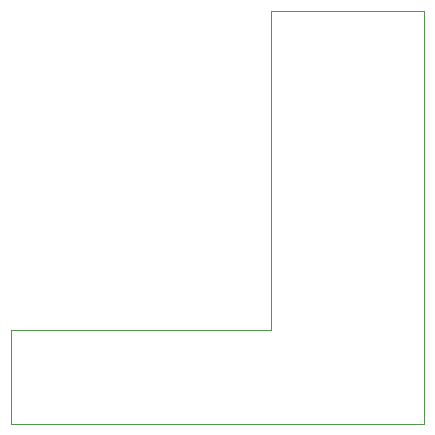
<source format=gm1>
G04 #@! TF.FileFunction,Profile,NP*
%FSLAX46Y46*%
G04 Gerber Fmt 4.6, Leading zero omitted, Abs format (unit mm)*
G04 Created by KiCad (PCBNEW (2015-07-20 BZR 5967)-product) date Monday, September 28, 2015 'PMt' 07:14:34 PM*
%MOMM*%
G01*
G04 APERTURE LIST*
%ADD10C,0.100000*%
G04 APERTURE END LIST*
D10*
X150200000Y-107700000D02*
X150200000Y-115700000D01*
X172200000Y-107700000D02*
X150200000Y-107700000D01*
X172200000Y-80700000D02*
X172200000Y-107700000D01*
X185200000Y-80700000D02*
X172200000Y-80700000D01*
X185200000Y-115700000D02*
X185200000Y-80700000D01*
X150200000Y-115700000D02*
X185200000Y-115700000D01*
M02*

</source>
